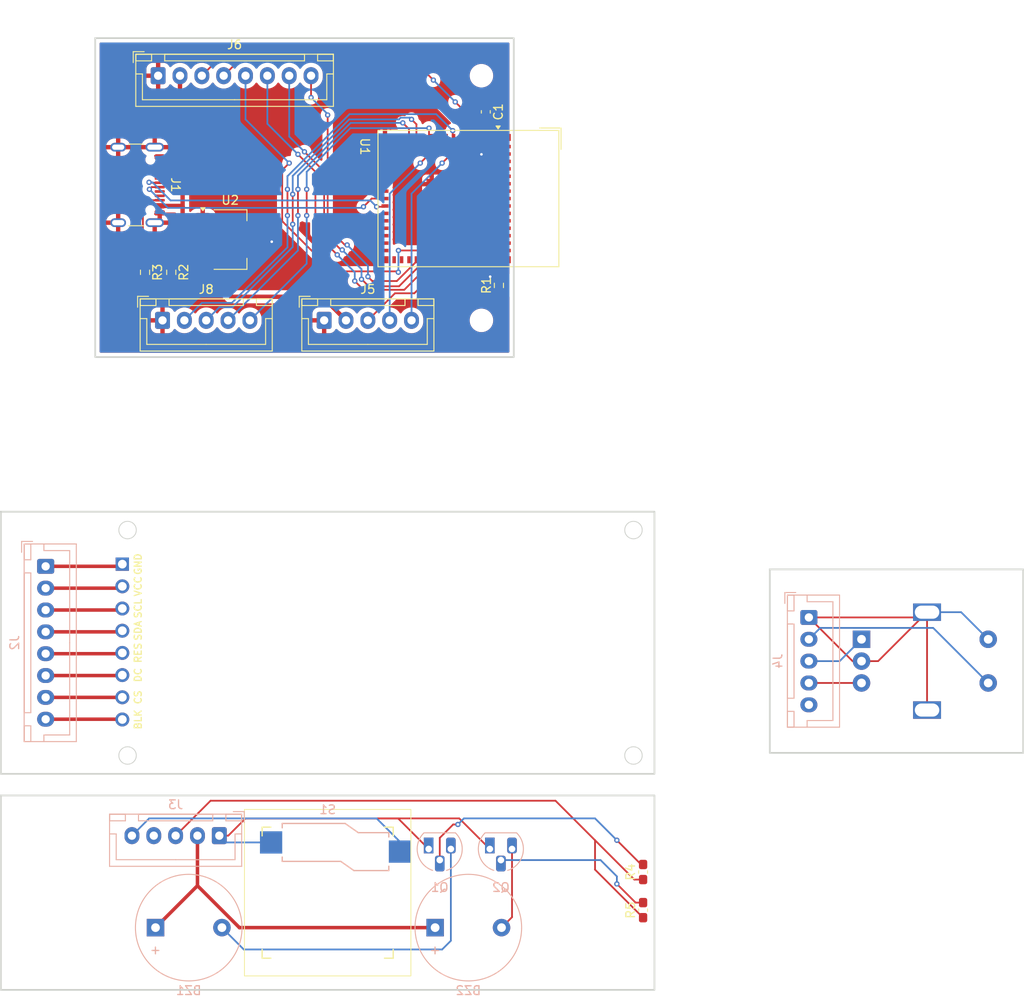
<source format=kicad_pcb>
(kicad_pcb (version 20241229) (generator "pcbnew") (generator_version "9.0")
  (layers (0 "F.Cu" signal) (2 "B.Cu" signal) (13 "F.Paste" user) (15 "B.Paste" user) (5 "F.SilkS" user "F.Silkscreen") (7 "B.SilkS" user "B.Silkscreen") (1 "F.Mask" user) (3 "B.Mask" user) (25 "Edge.Cuts" user))
  (net 0 "")
  (net 8 "E1A O")
  (net 11 "E1B O")
  (net 14 "Row 1 O")
  (net 15 "S1 O")
  (net 22 "S1")
  (net 27 "GND")
  (net 28 "+5V")
  (net 29 "D+")
  (net 30 "Net-(J1-CC2)")
  (net 31 "D-")
  (net 32 "Net-(J1-CC1)")
  (net 33 "+3V3")
  (net 34 "Net-(U1-EN)")
  (net 35 "Row 1")
  (net 36 "S0")
  (net 40 "LCD-RES")
  (net 41 "Net-(BZ1--)")
  (net 45 "Net-(J2-Pin_1)")
  (net 46 "Net-(J2-Pin_6)")
  (net 47 "Net-(J2-Pin_7)")
  (net 48 "Net-(J2-Pin_5)")
  (net 49 "Net-(J2-Pin_4)")
  (net 50 "Net-(J2-Pin_3)")
  (net 51 "Net-(J2-Pin_2)")
  (net 52 "Net-(J2-Pin_8)")
  (net 53 "SCL")
  (net 54 "SDA")
  (net 55 "E1A")
  (net 56 "E1B")
  (net 57 "LCD-CS")
  (net 58 "LCD-BLK")
  (net 59 "LCD-DC")
  (net 61 "S0 O")
  (net 62 "Row 0 O")
  (net 63 "Net-(BZ2--)")
  (net 64 "Net-(Q1-B)")
  (net 65 "Net-(Q2-B)")
  (net 66 "buzzer")
  (net 67 "buzzer 0")
  (net 69 "unconnected-(U1-IO4-Pad8)")
  (net 70 "unconnected-(U1-IO11-Pad15)")
  (footprint "MountingHole:MountingHole_2.2mm_M2" (layer "F.Cu") (at 138.25 174.5)
    (property "Reference" "REF**" (hide yes))
    (property "Value" "MountingHole_2.2mm_M2" (hide yes))
  )
  (footprint "Gateron-low-profile:Gateron_Low_Profile_Socket_1U" (layer "F.Cu") (at 109.4 173.5 180)
    (property "Reference" "S1")
    (property "Value" "Keyswitch")
  )
  (footprint "MountingHole:MountingHole_2.2mm_M2" (layer "F.Cu") (at 80.25 174.5)
    (property "Reference" "REF**" (hide yes))
    (property "Value" "MountingHole_2.2mm_M2" (hide yes))
  )
  (footprint "Connector_JST:JST_XH_B5B-XH-A_1x05_P2.50mm_Vertical" (layer "F.Cu") (at 90.5 108)
    (property "Reference" "J8")
    (property "Value" "Conn_01x05")
  )
  (footprint "MountingHole:MountingHole_2.2mm_M2" (layer "F.Cu") (at 186.5 139)
    (property "Reference" "REF**" (hide yes))
    (property "Value" "MountingHole_2.2mm_M2" (hide yes))
  )
  (footprint "Capacitor_SMD:C_0603_1608Metric_Pad1.08x0.95mm_HandSolder" (layer "F.Cu") (at 145.5 171.1375 90)
    (property "Reference" "R4")
    (property "Value" "1kΩ")
  )
  (footprint "Connector_JST:JST_XH_B8B-XH-A_1x08_P2.50mm_Vertical" (layer "F.Cu") (at 90 80)
    (property "Reference" "J6")
    (property "Value" "Conn_01x08")
  )
  (footprint "Resistor_SMD:R_0603_1608Metric_Pad0.98x0.95mm_HandSolder" (layer "F.Cu") (at 88.5 102.5 -90)
    (property "Reference" "R3")
    (property "Value" "5.1kΩ")
  )
  (footprint "Connector_JST:JST_XH_B5B-XH-A_1x05_P2.50mm_Vertical" (layer "F.Cu") (at 109 108)
    (property "Reference" "J5")
    (property "Value" "Conn_01x05")
  )
  (footprint "Package_TO_SOT_SMD:SOT-223-3_TabPin2" (layer "F.Cu") (at 98.25 98.75)
    (property "Reference" "U2")
    (property "Value" "AMS1117-3.3")
  )
  (footprint "Capacitor_SMD:C_0603_1608Metric_Pad1.08x0.95mm_HandSolder" (layer "F.Cu") (at 145.5 175.5 90)
    (property "Reference" "R5")
    (property "Value" "1kΩ")
  )
  (footprint "RF_Module:ESP32-S2-MINI-1" (layer "F.Cu") (at 125.51 94.06 -90)
    (property "Reference" "U1")
    (property "Value" "ESP32-S3-MINI-1")
  )
  (footprint "Capacitor_SMD:C_0603_1608Metric_Pad1.08x0.95mm_HandSolder" (layer "F.Cu") (at 127.5 84.1375 -90)
    (property "Reference" "C1")
    (property "Value" "0.1µF")
  )
  (footprint "Connector_USB:USB_C_Receptacle_GCT_USB4105-xx-A_16P_TopMnt_Horizontal" (layer "F.Cu") (at 86.5 92.5 -90)
    (property "Reference" "J1")
    (property "Value" "USB_C_Receptacle")
  )
  (footprint "MountingHole:MountingHole_2.2mm_M2" (layer "F.Cu") (at 127 80)
    (property "Reference" "REF**" (hide yes))
    (property "Value" "MountingHole_2.2mm_M2" (hide yes))
  )
  (footprint "Resistor_SMD:R_0603_1608Metric_Pad0.98x0.95mm_HandSolder" (layer "F.Cu") (at 91.5 102.5 -90)
    (property "Reference" "R2")
    (property "Value" "5.1kΩ")
  )
  (footprint "Resistor_SMD:R_0603_1608Metric_Pad0.98x0.95mm_HandSolder" (layer "F.Cu") (at 129 104 90)
    (property "Reference" "R1")
    (property "Value" "10kΩ")
  )
  (footprint "ScottoKeebs_Scotto:Encoder_EC11_MX" (layer "F.Cu") (at 178 147)
    (property "Reference" "SW1" (hide yes))
    (property "Value" "RotaryEncoder_Switch_MP" (hide yes))
  )
  (footprint "MountingHole:MountingHole_2.2mm_M2" (layer "F.Cu") (at 127 108)
    (property "Reference" "REF**" (hide yes))
    (property "Value" "MountingHole_2.2mm_M2" (hide yes))
  )
  (footprint "CustomLibrary:TZT_1.9in_TFT_ST7789" (layer "F.Cu") (at 84.4 144.9 -90)
    (property "Reference" "LCD1" (hide yes))
    (property "Value" "~")
    (fp_circle (center -12.9 -2.1) (end -11.9 -2.1) (stroke (width 0.1)) (fill no) (layer "Edge.Cuts"))
    (fp_circle (center 12.9 -2.1) (end 13.9 -2.1) (stroke (width 0.1)) (fill no) (layer "Edge.Cuts"))
    (fp_circle (center -12.9 -60) (end -11.9 -60) (stroke (width 0.1)) (fill no) (layer "Edge.Cuts"))
    (fp_circle (center 12.9 -60) (end 13.9 -60) (stroke (width 0.1)) (fill no) (layer "Edge.Cuts"))
  )
  (footprint "Connector_JST:JST_XH_B8B-XH-A_1x08_P2.50mm_Vertical" (layer "B.Cu") (at 77.125 136.15 -90)
    (property "Reference" "J2")
    (property "Value" "Conn_01x08")
  )
  (footprint "Package_TO_SOT_THT:TO-92_HandSolder" (layer "B.Cu") (at 127.96 168.5)
    (property "Reference" "Q2")
    (property "Value" "2N3904")
  )
  (footprint "Buzzer_Beeper:Buzzer_12x9.5RM7.6" (layer "B.Cu") (at 89.7 177.5)
    (property "Reference" "BZ1")
    (property "Value" "Buzzer")
  )
  (footprint "Package_TO_SOT_THT:TO-92_HandSolder" (layer "B.Cu") (at 120.96 168.5)
    (property "Reference" "Q1")
    (property "Value" "2N3904")
  )
  (footprint "Connector_JST:JST_XH_B5B-XH-A_1x05_P2.50mm_Vertical" (layer "B.Cu") (at 164.475 142 -90)
    (property "Reference" "J4")
    (property "Value" "Conn_01x05")
  )
  (footprint "Connector_JST:JST_XH_B5B-XH-A_1x05_P2.50mm_Vertical" (layer "B.Cu") (at 96.999999 166.974999 180)
    (property "Reference" "J3")
    (property "Value" "Conn_01x05")
  )
  (footprint "Buzzer_Beeper:Buzzer_12x9.5RM7.6" (layer "B.Cu") (at 121.7 177.5)
    (property "Reference" "BZ2")
    (property "Value" "Buzzer")
  )
  (gr_rect (start 72 129.9) (end 146.8 159.9) (stroke (width 0.2)) (fill no) (layer "Edge.Cuts"))
  (gr_rect (start 72 162.375) (end 146.8 184.625) (stroke (width 0.2)) (fill no) (layer "Edge.Cuts"))
  (gr_rect (start 160 136.5) (end 189 157.5) (stroke (width 0.2)) (fill no) (layer "Edge.Cuts"))
  (gr_rect (start 82.8 75.7) (end 130.7 112.2) (stroke (width 0.2)) (fill no) (layer "Edge.Cuts"))
  (segment (start 119.56 85.56) (end 119.56 87.06) (width 0.2) (layer "F.Cu") (net 8))
  (segment (start 119 85) (end 119.56 85.56) (width 0.2) (layer "F.Cu") (net 8))
  (segment (start 105.4 97) (end 105.4 93.565687) (width 0.2) (layer "F.Cu") (net 8))
  (via (at 119 85) (size 0.6) (drill 0.3) (layers "F.Cu" "B.Cu") (net 8))
  (via (at 105.4 97) (size 0.6) (drill 0.3) (layers "F.Cu" "B.Cu") (net 8))
  (via (at 105.4 93.565687) (size 0.6) (drill 0.3) (layers "F.Cu" "B.Cu") (net 8))
  (segment (start 105.4 99.6) (end 105.4 97) (width 0.2) (layer "B.Cu") (net 8))
  (segment (start 98.5 106.5) (end 105.4 99.6) (width 0.2) (layer "B.Cu") (net 8))
  (segment (start 111.868628 85) (end 117 85) (width 0.2) (layer "B.Cu") (net 8))
  (segment (start 105.4 93.565687) (end 105.434313 93.6) (width 0.2) (layer "B.Cu") (net 8))
  (segment (start 117.551471 85) (end 117.751471 84.8) (width 0.2) (layer "B.Cu") (net 8))
  (segment (start 97 106.5) (end 95.5 108) (width 0.2) (layer "B.Cu") (net 8))
  (segment (start 118.8 84.8) (end 119 85) (width 0.2) (layer "B.Cu") (net 8))
  (segment (start 105.4 91.468628) (end 111.868628 85) (width 0.2) (layer "B.Cu") (net 8))
  (segment (start 117.751471 84.8) (end 118.8 84.8) (width 0.2) (layer "B.Cu") (net 8))
  (segment (start 105.4 93.565687) (end 105.4 91.468628) (width 0.2) (layer "B.Cu") (net 8))
  (segment (start 98.5 106.5) (end 97 106.5) (width 0.2) (layer "B.Cu") (net 8))
  (segment (start 117 85) (end 117.551471 85) (width 0.2) (layer "B.Cu") (net 8))
  (segment (start 118.71 86.11) (end 118.71 87.06) (width 0.2) (layer "F.Cu") (net 11))
  (segment (start 118 85.4) (end 118.71 86.11) (width 0.2) (layer "F.Cu") (net 11))
  (segment (start 106 96) (end 106 93) (width 0.2) (layer "F.Cu") (net 11))
  (via (at 118 85.4) (size 0.6) (drill 0.3) (layers "F.Cu" "B.Cu") (net 11))
  (via (at 106 96) (size 0.6) (drill 0.3) (layers "F.Cu" "B.Cu") (net 11))
  (via (at 106 93) (size 0.6) (drill 0.3) (layers "F.Cu" "B.Cu") (net 11))
  (segment (start 98 108) (end 106 100) (width 0.2) (layer "B.Cu") (net 11))
  (segment (start 112.034314 85.4) (end 118 85.4) (width 0.2) (layer "B.Cu") (net 11))
  (segment (start 106 100) (end 106 96) (width 0.2) (layer "B.Cu") (net 11))
  (segment (start 106 91.434314) (end 111.717157 85.717157) (width 0.2) (layer "B.Cu") (net 11))
  (segment (start 111.717157 85.717157) (end 112.034314 85.4) (width 0.2) (layer "B.Cu") (net 11))
  (segment (start 106 93) (end 106 91.434314) (width 0.2) (layer "B.Cu") (net 11))
  (segment (start 121 86.8) (end 121.26 87.06) (width 0.2) (layer "F.Cu") (net 14))
  (segment (start 121 86) (end 121 86.8) (width 0.2) (layer "F.Cu") (net 14))
  (segment (start 107 96) (end 107 93) (width 0.2) (layer "F.Cu") (net 14))
  (via (at 107 93) (size 0.6) (drill 0.3) (layers "F.Cu" "B.Cu") (net 14))
  (via (at 107 96) (size 0.6) (drill 0.3) (layers "F.Cu" "B.Cu") (net 14))
  (via (at 121 86) (size 0.6) (drill 0.3) (layers "F.Cu" "B.Cu") (net 14))
  (segment (start 107 101.5) (end 107 96) (width 0.2) (layer "B.Cu") (net 14))
  (segment (start 112 86) (end 121 86) (width 0.2) (layer "B.Cu") (net 14))
  (segment (start 107 91) (end 112 86) (width 0.2) (layer "B.Cu") (net 14))
  (segment (start 107 93) (end 107 91) (width 0.2) (layer "B.Cu") (net 14))
  (segment (start 100.5 108) (end 107 101.5) (width 0.2) (layer "B.Cu") (net 14))
  (segment (start 104.8 96) (end 104.8 93) (width 0.2) (layer "F.Cu") (net 15))
  (segment (start 123.713908 86.963908) (end 123.81 87.06) (width 0.2) (layer "F.Cu") (net 15))
  (segment (start 123.713908 86.286092) (end 123.713908 86.963908) (width 0.2) (layer "F.Cu") (net 15))
  (via (at 104.8 93) (size 0.6) (drill 0.3) (layers "F.Cu" "B.Cu") (net 15))
  (via (at 104.8 96) (size 0.6) (drill 0.3) (layers "F.Cu" "B.Cu") (net 15))
  (via (at 123.713908 86.286092) (size 0.6) (drill 0.3) (layers "F.Cu" "B.Cu") (net 15))
  (segment (start 104.8 91.502943) (end 111.902943 84.4) (width 0.2) (layer "B.Cu") (net 15))
  (segment (start 104.8 99.634314) (end 98.434314 106) (width 0.2) (layer "B.Cu") (net 15))
  (segment (start 121.827816 84.4) (end 123.713908 86.286092) (width 0.2) (layer "B.Cu") (net 15))
  (segment (start 104.8 93) (end 104.8 91.502943) (width 0.2) (layer "B.Cu") (net 15))
  (segment (start 98.434314 106) (end 95 106) (width 0.2) (layer "B.Cu") (net 15))
  (segment (start 104.8 96) (end 104.8 99.634314) (width 0.2) (layer "B.Cu") (net 15))
  (segment (start 111.902943 84.4) (end 121.827816 84.4) (width 0.2) (layer "B.Cu") (net 15))
  (segment (start 95 106) (end 93 108) (width 0.2) (layer "B.Cu") (net 15))
  (segment (start 165.775 143.2) (end 178.7 143.2) (width 0.2) (layer "B.Cu") (net 22))
  (segment (start 164.475 144.5) (end 165.775 143.2) (width 0.2) (layer "B.Cu") (net 22))
  (segment (start 178.7 143.2) (end 185 149.5) (width 0.2) (layer "B.Cu") (net 22))
  (segment (start 120.96 168.5) (end 117.46 165) (width 0.2) (layer "F.Cu") (net 27))
  (segment (start 170.5 147) (end 169.475 147) (width 0.2) (layer "F.Cu") (net 27))
  (segment (start 177.4 142) (end 178 141.4) (width 0.2) (layer "F.Cu") (net 27))
  (segment (start 124.46 165) (end 100 165) (width 0.2) (layer "F.Cu") (net 27))
  (segment (start 100 165) (end 98.025001 166.974999) (width 0.2) (layer "F.Cu") (net 27))
  (segment (start 169.475 147) (end 164.475 142) (width 0.2) (layer "F.Cu") (net 27))
  (segment (start 117.46 165) (end 100 165) (width 0.2) (layer "F.Cu") (net 27))
  (segment (start 178 152.6) (end 178 141.4) (width 0.2) (layer "F.Cu") (net 27))
  (segment (start 98.025001 166.974999) (end 96.999999 166.974999) (width 0.2) (layer "F.Cu") (net 27))
  (segment (start 164.475 142) (end 177.4 142) (width 0.2) (layer "F.Cu") (net 27))
  (segment (start 127.96 168.5) (end 124.46 165) (width 0.2) (layer "F.Cu") (net 27))
  (segment (start 172.4 147) (end 178 141.4) (width 0.2) (layer "F.Cu") (net 27))
  (segment (start 170.5 147) (end 172.4 147) (width 0.2) (layer "F.Cu") (net 27))
  (segment (start 181.9 141.4) (end 178 141.4) (width 0.2) (layer "B.Cu") (net 27))
  (segment (start 102.925 167.75) (end 97.775 167.75) (width 0.2) (layer "B.Cu") (net 27))
  (segment (start 97.775 167.75) (end 96.999999 166.974999) (width 0.2) (layer "B.Cu") (net 27))
  (segment (start 185 144.5) (end 181.9 141.4) (width 0.2) (layer "B.Cu") (net 27))
  (segment (start 92.8 99.75) (end 94.1 101.05) (width 0.5) (layer "F.Cu") (net 28))
  (segment (start 92.5 90) (end 92.5 80) (width 0.5) (layer "F.Cu") (net 28))
  (segment (start 92.8 95) (end 92.8 97.705026) (width 0.5) (layer "F.Cu") (net 28))
  (segment (start 90.18 90.1) (end 92.4 90.1) (width 0.5) (layer "F.Cu") (net 28))
  (segment (start 98.351 105.301) (end 108.801 105.301) (width 0.5) (layer "F.Cu") (net 28))
  (segment (start 92.4 90.1) (end 92.5 90) (width 0.5) (layer "F.Cu") (net 28))
  (segment (start 92.5 93.25) (end 92.5 90) (width 0.5) (layer "F.Cu") (net 28))
  (segment (start 90.18 94.9) (end 92.7 94.9) (width 0.5) (layer "F.Cu") (net 28))
  (segment (start 121.7 177.5) (end 99.299996 177.5) (width 0.4) (layer "F.Cu") (net 28))
  (segment (start 94.499998 172.700002) (end 89.7 177.5) (width 0.4) (layer "F.Cu") (net 28))
  (segment (start 92.8 99.75) (end 98.351 105.301) (width 0.5) (layer "F.Cu") (net 28))
  (segment (start 92.8 93.55) (end 92.8 95) (width 0.5) (layer "F.Cu") (net 28))
  (segment (start 95.1 101.05) (end 94.1 101.05) (width 0.5) (layer "F.Cu") (net 28))
  (segment (start 92.8 97.705026) (end 92.8 99.75) (width 0.5) (layer "F.Cu") (net 28))
  (segment (start 94.499998 166.974999) (end 94.499998 172.700002) (width 0.4) (layer "F.Cu") (net 28))
  (segment (start 92.7 94.9) (end 92.8 95) (width 0.5) (layer "F.Cu") (net 28))
  (segment (start 92.8 93.55) (end 92.5 93.25) (width 0.5) (layer "F.Cu") (net 28))
  (segment (start 99.299996 177.5) (end 94.499998 172.700002) (width 0.4) (layer "F.Cu") (net 28))
  (segment (start 108.801 105.301) (end 111.5 108) (width 0.5) (layer "F.Cu") (net 28))
  (segment (start 89.006176 92.25) (end 90.18 92.25) (width 0.2) (layer "F.Cu") (net 29))
  (segment (start 115 95) (end 115.87 95) (width 0.2) (layer "F.Cu") (net 29))
  (segment (start 115.87 95) (end 115.96 94.91) (width 0.2) (layer "F.Cu") (net 29))
  (segment (start 88.957313 92.201137) (end 89.006176 92.25) (width 0.2) (layer "F.Cu") (net 29))
  (via (at 115 95) (size 0.6) (drill 0.3) (layers "F.Cu" "B.Cu") (net 29))
  (via (at 88.957313 92.201137) (size 0.6) (drill 0.3) (layers "F.Cu" "B.Cu") (net 29))
  (segment (start 88.957313 92.201137) (end 89.351137 92.201137) (width 0.2) (layer "B.Cu") (net 29))
  (segment (start 91.425 94.275) (end 114.275 94.275) (width 0.2) (layer "B.Cu") (net 29))
  (segment (start 89.351137 92.201137) (end 91.425 94.275) (width 0.2) (layer "B.Cu") (net 29))
  (segment (start 114.275 94.275) (end 115 95) (width 0.2) (layer "B.Cu") (net 29))
  (segment (start 89.290406 94.25) (end 90.18 94.25) (width 0.2) (layer "F.Cu") (net 30))
  (segment (start 88.5 101.5875) (end 88.255 101.3425) (width 0.2) (layer "F.Cu") (net 30))
  (segment (start 88.255 101.3425) (end 88.255 95.285406) (width 0.2) (layer "F.Cu") (net 30))
  (segment (start 88.255 95.285406) (end 89.290406 94.25) (width 0.2) (layer "F.Cu") (net 30))
  (segment (start 113.5 95) (end 114.44 94.06) (width 0.2) (layer "F.Cu") (net 31))
  (segment (start 114.44 94.06) (end 115.96 94.06) (width 0.2) (layer "F.Cu") (net 31))
  (segment (start 89.25 92.75) (end 90.18 92.75) (width 0.2) (layer "F.Cu") (net 31))
  (segment (start 89 93) (end 89.25 92.75) (width 0.2) (layer "F.Cu") (net 31))
  (via (at 113.5 95) (size 0.6) (drill 0.3) (layers "F.Cu" "B.Cu") (net 31))
  (via (at 89 93) (size 0.6) (drill 0.3) (layers "F.Cu" "B.Cu") (net 31))
  (segment (start 113.5 95) (end 113.375 95.125) (width 0.2) (layer "B.Cu") (net 31))
  (segment (start 91.125 95.125) (end 89 93) (width 0.2) (layer "B.Cu") (net 31))
  (segment (start 113.375 95.125) (end 91.125 95.125) (width 0.2) (layer "B.Cu") (net 31))
  (segment (start 90.7125 102.375) (end 91.5 101.5875) (width 0.2) (layer "F.Cu") (net 32))
  (segment (start 87.805099 102.375) (end 90.7125 102.375) (width 0.2) (layer "F.Cu") (net 32))
  (segment (start 87.25 91.25) (end 87 91.5) (width 0.2) (layer "F.Cu") (net 32))
  (segment (start 90.18 91.25) (end 87.25 91.25) (width 0.2) (layer "F.Cu") (net 32))
  (segment (start 87 101.569901) (end 87.805099 102.375) (width 0.2) (layer "F.Cu") (net 32))
  (segment (start 87 91.5) (end 87 101.569901) (width 0.2) (layer "F.Cu") (net 32))
  (segment (start 128 104) (end 128 103) (width 0.2) (layer "F.Cu") (net 33))
  (segment (start 127.21 87.06) (end 127.21 88.79) (width 0.5) (layer "F.Cu") (net 33))
  (segment (start 102.75 98.75) (end 103 99) (width 0.5) (layer "F.Cu") (net 33))
  (segment (start 101.4 98.75) (end 102.75 98.75) (width 0.5) (layer "F.Cu") (net 33))
  (segment (start 129 104.9125) (end 128.9125 104.9125) (width 0.2) (layer "F.Cu") (net 33))
  (segment (start 95.1 98.75) (end 101.4 98.75) (width 0.5) (layer "F.Cu") (net 33))
  (segment (start 127.21 87.06) (end 127.21 85.185) (width 0.5) (layer "F.Cu") (net 33))
  (segment (start 127.21 88.79) (end 127 89) (width 0.5) (layer "F.Cu") (net 33))
  (segment (start 128.9125 104.9125) (end 128 104) (width 0.2) (layer "F.Cu") (net 33))
  (via (at 103 99) (size 0.6) (drill 0.3) (layers "F.Cu" "B.Cu") (net 33))
  (via (at 128 103) (size 0.6) (drill 0.3) (layers "F.Cu" "B.Cu") (net 33))
  (via (at 127 89) (size 0.6) (drill 0.3) (layers "F.Cu" "B.Cu") (net 33))
  (segment (start 128.91 102.9975) (end 129 103.0875) (width 0.2) (layer "F.Cu") (net 34))
  (segment (start 128.91 101.06) (end 128.91 102.9975) (width 0.2) (layer "F.Cu") (net 34))
  (segment (start 86.999999 166.974999) (end 88.974998 165) (width 0.2) (layer "B.Cu") (net 36))
  (segment (start 88.974998 165) (end 115 165) (width 0.2) (layer "B.Cu") (net 36))
  (segment (start 117.675 167.675) (end 117.675 168.8) (width 0.2) (layer "B.Cu") (net 36))
  (segment (start 115 165) (end 117.675 167.675) (width 0.2) (layer "B.Cu") (net 36))
  (segment (start 104.199 90.801) (end 104.199 96.648943) (width 0.2) (layer "F.Cu") (net 40))
  (segment (start 105 90) (end 104.199 90.801) (width 0.2) (layer "F.Cu") (net 40))
  (segment (start 117.5 100) (end 121.25 100) (width 0.2) (layer "F.Cu") (net 40))
  (segment (start 117.393255 102.393255) (end 117.485735 102.485735) (width 0.2) (layer "F.Cu") (net 40))
  (segment (start 109.943312 102.393255) (end 117.393255 102.393255) (width 0.2) (layer "F.Cu") (net 40))
  (segment (start 121.25 100) (end 122.11 100.86) (width 0.2) (layer "F.Cu") (net 40))
  (segment (start 104.199 96.648943) (end 109.943312 102.393255) (width 0.2) (layer "F.Cu") (net 40))
  (segment (start 122.11 100.86) (end 122.11 101.06) (width 0.2) (layer "F.Cu") (net 40))
  (via (at 117.485735 102.485735) (size 0.6) (drill 0.3) (layers "F.Cu" "B.Cu") (net 40))
  (via (at 117.5 100) (size 0.6) (drill 0.3) (layers "F.Cu" "B.Cu") (net 40))
  (via (at 105 90) (size 0.6) (drill 0.3) (layers "F.Cu" "B.Cu") (net 40))
  (segment (start 117.5 102.47147) (end 117.5 100) (width 0.2) (layer "B.Cu") (net 40))
  (segment (start 100 80) (end 100 85) (width 0.2) (layer "B.Cu") (net 40))
  (segment (start 100 85) (end 105 90) (width 0.2) (layer "B.Cu") (net 40))
  (segment (start 117.485735 102.485735) (end 117.5 102.47147) (width 0.2) (layer "B.Cu") (net 40))
  (segment (start 123.5 179) (end 122.5 180) (width 0.2) (layer "B.Cu") (net 41))
  (segment (start 122.5 180) (end 99.8 180) (width 0.2) (layer "B.Cu") (net 41))
  (segment (start 99.8 180) (end 97.3 177.5) (width 0.2) (layer "B.Cu") (net 41))
  (segment (start 123.5 168.5) (end 123.5 179) (width 0.2) (layer "B.Cu") (net 41))
  (segment (start 85.65 136.15) (end 85.9 135.9) (width 0.2) (layer "F.Cu") (net 45))
  (segment (start 77.125 136.15) (end 85.65 136.15) (width 0.4) (layer "F.Cu") (net 45))
  (segment (start 77.125 148.65) (end 85.85 148.65) (width 0.4) (layer "F.Cu") (net 46))
  (segment (start 85.85 148.65) (end 85.9 148.6) (width 0.2) (layer "F.Cu") (net 46))
  (segment (start 77.125 151.15) (end 85.89 151.15) (width 0.4) (layer "F.Cu") (net 47))
  (segment (start 85.89 151.15) (end 85.9 151.14) (width 0.2) (layer "F.Cu") (net 47))
  (segment (start 77.125 146.15) (end 85.81 146.15) (width 0.4) (layer "F.Cu") (net 48))
  (segment (start 85.81 146.15) (end 85.9 146.06) (width 0.2) (layer "F.Cu") (net 48))
  (segment (start 85.77 143.65) (end 85.9 143.52) (width 0.2) (layer "F.Cu") (net 49))
  (segment (start 77.125 143.65) (end 85.77 143.65) (width 0.4) (layer "F.Cu") (net 49))
  (segment (start 85.73 141.15) (end 85.9 140.98) (width 0.2) (layer "F.Cu") (net 50))
  (segment (start 77.125 141.15) (end 85.73 141.15) (width 0.4) (layer "F.Cu") (net 50))
  (segment (start 77.125 138.65) (end 85.69 138.65) (width 0.4) (layer "F.Cu") (net 51))
  (segment (start 85.69 138.65) (end 85.9 138.44) (width 0.2) (layer "F.Cu") (net 51))
  (segment (start 85.87 153.65) (end 85.9 153.68) (width 0.2) (layer "F.Cu") (net 52))
  (segment (start 77.125 153.65) (end 85.87 153.65) (width 0.4) (layer "F.Cu") (net 52))
  (segment (start 124 83) (end 126.36 85.36) (width 0.2) (layer "F.Cu") (net 53))
  (segment (start 95 80) (end 97.1 77.9) (width 0.2) (layer "F.Cu") (net 53))
  (segment (start 121.5 80.5) (end 118.9 77.9) (width 0.2) (layer "F.Cu") (net 53))
  (segment (start 126.36 85.36) (end 126.36 87.06) (width 0.2) (layer "F.Cu") (net 53))
  (segment (start 97.1 77.9) (end 118.9 77.9) (width 0.2) (layer "F.Cu") (net 53))
  (via (at 121.5 80.5) (size 0.6) (drill 0.3) (layers "F.Cu" "B.Cu") (net 53))
  (via (at 124 83) (size 0.6) (drill 0.3) (layers "F.Cu" "B.Cu") (net 53))
  (segment (start 121.5 80.5) (end 124 83) (width 0.2) (layer "B.Cu") (net 53))
  (segment (start 117.3 78.3) (end 125.51 86.51) (width 0.2) (layer "F.Cu") (net 54))
  (segment (start 99.2 78.3) (end 117.3 78.3) (width 0.2) (layer "F.Cu") (net 54))
  (segment (start 97.5 80) (end 99.2 78.3) (width 0.2) (layer "F.Cu") (net 54))
  (segment (start 125.51 86.51) (end 125.51 87.06) (width 0.2) (layer "F.Cu") (net 54))
  (segment (start 164.475 147) (end 168 147) (width 0.2) (layer "B.Cu") (net 55))
  (segment (start 168 147) (end 170.5 144.5) (width 0.2) (layer "B.Cu") (net 55))
  (segment (start 164.475 149.5) (end 170.5 149.5) (width 0.2) (layer "F.Cu") (net 56))
  (segment (start 112.5 103.5) (end 113.5 104.5) (width 0.2) (layer "F.Cu") (net 57))
  (segment (start 110.5 100.5) (end 108 98) (width 0.2) (layer "F.Cu") (net 57))
  (segment (start 118.17 104.5) (end 121.26 101.41) (width 0.2) (layer "F.Cu") (net 57))
  (segment (start 113.5 104.5) (end 118.17 104.5) (width 0.2) (layer "F.Cu") (net 57))
  (segment (start 106 89) (end 108 91) (width 0.2) (layer "F.Cu") (net 57))
  (segment (start 121.26 101.41) (end 121.26 101.06) (width 0.2) (layer "F.Cu") (net 57))
  (segment (start 108 91) (end 108 98) (width 0.2) (layer "F.Cu") (net 57))
  (via (at 106 89) (size 0.6) (drill 0.3) (layers "F.Cu" "B.Cu") (net 57))
  (via (at 110.5 100.5) (size 0.6) (drill 0.3) (layers "F.Cu" "B.Cu") (net 57))
  (via (at 112.5 103.5) (size 0.6) (drill 0.3) (layers "F.Cu" "B.Cu") (net 57))
  (segment (start 102.5 80) (end 102.5 85.5) (width 0.2) (layer "B.Cu") (net 57))
  (segment (start 112.5 103.5) (end 112.5 102.5) (width 0.2) (layer "B.Cu") (net 57))
  (segment (start 102.5 85.5) (end 106 89) (width 0.2) (layer "B.Cu") (net 57))
  (segment (start 112.5 102.5) (end 110.5 100.5) (width 0.2) (layer "B.Cu") (net 57))
  (segment (start 109.4 97.4) (end 109.4 84.4) (width 0.2) (layer "F.Cu") (net 58))
  (segment (start 111.5 99.5) (end 111.631374 99.368626) (width 0.2) (layer "F.Cu") (net 58))
  (segment (start 117.32 103.5) (end 119.56 101.26) (width 0.2) (layer "F.Cu") (net 58))
  (segment (start 114.013901 103.013901) (end 114.5 103.5) (width 0.2) (layer "F.Cu") (net 58))
  (segment (start 114.5 103.5) (end 117.32 103.5) (width 0.2) (layer "F.Cu") (net 58))
  (segment (start 114.013901 102.994255) (end 114.013901 103.013901) (width 0.2) (layer "F.Cu") (net 58))
  (segment (start 107.5 82.5) (end 107.5 80) (width 0.2) (layer "F.Cu") (net 58))
  (segment (start 119.56 101.26) (end 119.56 101.06) (width 0.2) (layer "F.Cu") (net 58))
  (segment (start 111.5 99.5) (end 109.4 97.4) (width 0.2) (layer "F.Cu") (net 58))
  (via (at 114.013901 102.994255) (size 0.6) (drill 0.3) (layers "F.Cu" "B.Cu") (net 58))
  (via (at 107.5 82.5) (size 0.6) (drill 0.3) (layers "F.Cu" "B.Cu") (net 58))
  (via (at 109.4 84.5) (size 0.6) (drill 0.3) (layers "F.Cu" "B.Cu") (net 58))
  (via (at 111.631374 99.368626) (size 0.6) (drill 0.3) (layers "F.Cu" "B.Cu") (net 58))
  (segment (start 109.4 84.4) (end 107.5 82.5) (width 0.2) (layer "B.Cu") (net 58))
  (segment (start 111.631374 99.368626) (end 114.013901 101.751153) (width 0.2) (layer "B.Cu") (net 58))
  (segment (start 109.4 84.5) (end 109.4 84.4) (width 0.2) (layer "B.Cu") (net 58))
  (segment (start 114.013901 101.751153) (end 114.013901 102.994255) (width 0.2) (layer "B.Cu") (net 58))
  (segment (start 113.274552 103.299816) (end 113.299816 103.299816) (width 0.2) (layer "F.Cu") (net 59))
  (segment (start 120.41 101.26) (end 120.41 101.06) (width 0.2) (layer "F.Cu") (net 59))
  (segment (start 114.1 104.1) (end 117.57 104.1) (width 0.2) (layer "F.Cu") (net 59))
  (segment (start 106.745258 88.709156) (end 109 90.963898) (width 0.2) (layer "F.Cu") (net 59))
  (segment (start 113.299816 103.299816) (end 114.1 104.1) (width 0.2) (layer "F.Cu") (net 59))
  (segment (start 109 98) (end 111 100) (width 0.2) (layer "F.Cu") (net 59))
  (segment (start 109 90.963898) (end 109 98) (width 0.2) (layer "F.Cu") (net 59))
  (segment (start 111 100) (end 111.065687 99.934313) (width 0.2) (layer "F.Cu") (net 59))
  (segment (start 117.57 104.1) (end 120.41 101.26) (width 0.2) (layer "F.Cu") (net 59))
  (via (at 111.065687 99.934313) (size 0.6) (drill 0.3) (layers "F.Cu" "B.Cu") (net 59))
  (via (at 113.274552 103.299816) (size 0.6) (drill 0.3) (layers "F.Cu" "B.Cu") (net 59))
  (via (at 106.745258 88.709156) (size 0.6) (drill 0.3) (layers "F.Cu" "B.Cu") (net 59))
  (segment (start 105 80) (end 105 86.963898) (width 0.2) (layer "B.Cu") (net 59))
  (segment (start 111.065687 99.934313) (end 113.274552 102.143178) (width 0.2) (layer "B.Cu") (net 59))
  (segment (start 105 86.963898) (end 106.745258 88.709156) (width 0.2) (layer "B.Cu") (net 59))
  (segment (start 113.274552 102.143178) (end 113.274552 103.299816) (width 0.2) (layer "B.Cu") (net 59))
  (segment (start 124.66 87.06) (end 124.66 87.84) (width 0.2) (layer "F.Cu") (net 61))
  (segment (start 124.66 87.84) (end 122.5 90) (width 0.2) (layer "F.Cu") (net 61))
  (via (at 122.5 90) (size 0.6) (drill 0.3) (layers "F.Cu" "B.Cu") (net 61))
  (segment (start 119 93.5) (end 119 108) (width 0.2) (layer "B.Cu") (net 61))
  (segment (start 122.5 90) (end 119 93.5) (width 0.2) (layer "B.Cu") (net 61))
  (segment (start 122.11 87.06) (end 122.11 87.89) (width 0.2) (layer "F.Cu") (net 62))
  (segment (start 122.11 87.89) (end 120 90) (width 0.2) (layer "F.Cu") (net 62))
  (via (at 120 90) (size 0.6) (drill 0.3) (layers "F.Cu" "B.Cu") (net 62))
  (segment (start 116.5 108) (end 116.5 93.5) (width 0.2) (layer "B.Cu") (net 62))
  (segment (start 116.5 93.5) (end 120 90) (width 0.2) (layer "B.Cu") (net 62))
  (segment (start 130.5 168.5) (end 130.5 176.3) (width 0.2) (layer "F.Cu") (net 63))
  (segment (start 130.5 176.3) (end 129.3 177.5) (width 0.2) (layer "F.Cu") (net 63))
  (segment (start 142.5 167.5) (end 145.275 170.275) (width 0.2) (layer "F.Cu") (net 64))
  (segment (start 122.23 169.77) (end 122.23 167.23) (width 0.2) (layer "F.Cu") (net 64))
  (segment (start 122.23 167.23) (end 123.765735 165.694265) (width 0.2) (layer "F.Cu") (net 64))
  (segment (start 145.275 170.275) (end 145.5 170.275) (width 0.2) (layer "F.Cu") (net 64))
  (segment (start 123.765735 165.694265) (end 124.305735 165.694265) (width 0.2) (layer "F.Cu") (net 64))
  (via (at 142.5 167.5) (size 0.6) (drill 0.3) (layers "F.Cu" "B.Cu") (net 64))
  (via (at 124.305735 165.694265) (size 0.6) (drill 0.3) (layers "F.Cu" "B.Cu") (net 64))
  (segment (start 124.305735 165.694265) (end 125 165) (width 0.2) (layer "B.Cu") (net 64))
  (segment (start 125 165) (end 140 165) (width 0.2) (layer "B.Cu") (net 64))
  (segment (start 140 165) (end 142.5 167.5) (width 0.2) (layer "B.Cu") (net 64))
  (segment (start 142.5 172.5) (end 144.6375 174.6375) (width 0.2) (layer "F.Cu") (net 65))
  (segment (start 144.6375 174.6375) (end 145.5 174.6375) (width 0.2) (layer "F.Cu") (net 65))
  (via (at 142.5 172.5) (size 0.6) (drill 0.3) (layers "F.Cu" "B.Cu") (net 65))
  (segment (start 129.23 169.77) (end 140.6325 169.77) (width 0.2) (layer "B.Cu") (net 65))
  (segment (start 142.5 171.6375) (end 142.5 172.5) (width 0.2) (layer "B.Cu") (net 65))
  (segment (start 140.6325 169.77) (end 142.5 171.6375) (width 0.2) (layer "B.Cu") (net 65))
  (segment (start 140 167.5) (end 144.5 172) (width 0.2) (layer "F.Cu") (net 66))
  (segment (start 95.998999 162.976) (end 135.476 162.976) (width 0.2) (layer "F.Cu") (net 66))
  (segment (start 91.999999 166.975) (end 95.998999 162.976) (width 0.2) (layer "F.Cu") (net 66))
  (segment (start 135.476 162.976) (end 140 167.5) (width 0.2) (layer "F.Cu") (net 66))
  (segment (start 140 167.5) (end 140 170.8625) (width 0.2) (layer "F.Cu") (net 66))
  (segment (start 140 170.8625) (end 145.5 176.3625) (width 0.2) (layer "F.Cu") (net 66))
  (segment (start 144.5 172) (end 145.5 172) (width 0.2) (layer "F.Cu") (net 66))
  (segment (start 114 108) (end 117.099 104.901) (width 0.2) (layer "F.Cu") (net 67))
  (segment (start 122.96 101.26) (end 122.96 101.06) (width 0.2) (layer "F.Cu") (net 67))
  (segment (start 119.319 104.901) (end 122.96 101.26) (width 0.2) (layer "F.Cu") (net 67))
  (segment (start 117.099 104.901) (end 119.319 104.901) (width 0.2) (layer "F.Cu") (net 67))
  (segment (start 122.96 87.26) (end 122.96 87.06) (width 0.2) (layer "F.Cu") (net 69))
  (segment (start 117 87.07) (end 117.01 87.06) (width 0.2) (layer "F.Cu") (net 70))
  (zone (net 27) (net_name "GND") (layer "F.Cu") (connect_pads (clearance 0.5)) (min_thickness 0.25) (fill yes (thermal_gap 0.5) (thermal_bridge_width 0.5))
    (polygon (pts (xy 81.3 75) (xy 130.7 75) (xy 131 114.5) (xy 81 114.5)))
  )
  (zone (net 33) (net_name "+3V3") (layer "B.Cu") (priority 1) (connect_pads (clearance 0.5)) (min_thickness 0.25) (fill yes (thermal_gap 0.5) (thermal_bridge_width 0.5))
    (polygon (pts (xy 130.7 75) (xy 131 114.5) (xy 80.5 114.5) (xy 80.8 75)))
  )
)
</source>
